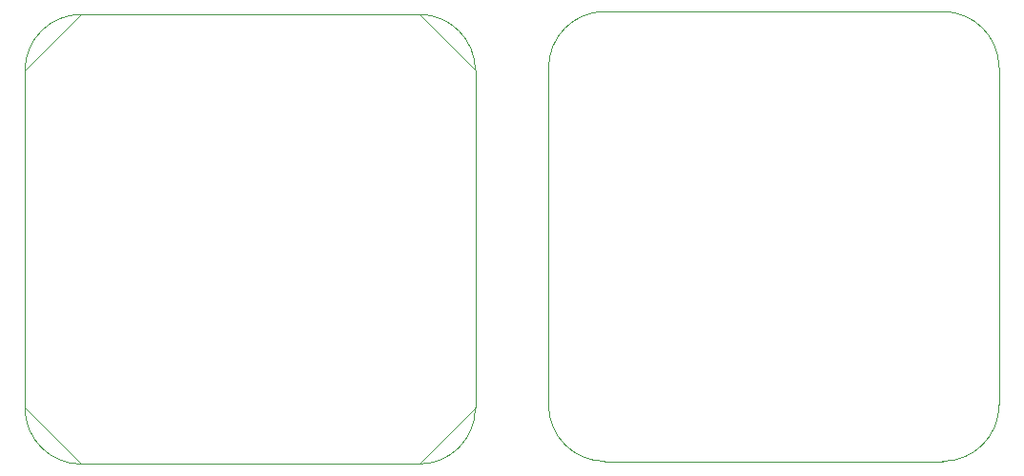
<source format=gm1>
G04*
G04 #@! TF.GenerationSoftware,Altium Limited,Altium Designer,25.8.1 (18)*
G04*
G04 Layer_Color=16711935*
%FSLAX25Y25*%
%MOIN*%
G70*
G04*
G04 #@! TF.SameCoordinates,5F4BCF80-B969-4178-B288-3F93E2E3A1E2*
G04*
G04*
G04 #@! TF.FilePolarity,Positive*
G04*
G01*
G75*
%ADD58C,0.00394*%
D58*
X340551Y138779D02*
G03*
X320866Y158465I-19685J0D01*
G01*
Y984D02*
G03*
X340551Y20669I-0J19685D01*
G01*
X183071D02*
G03*
X202756Y984I19685J-0D01*
G01*
X202756Y158465D02*
G03*
X183071Y138779I-0J-19685D01*
G01*
X19685Y157480D02*
G03*
X-0Y137795I-0J-19685D01*
G01*
X157480D02*
G03*
X137795Y157480I-19685J0D01*
G01*
Y0D02*
G03*
X157480Y19685I-0J19685D01*
G01*
X-0D02*
G03*
X19685Y-0I19685J-0D01*
G01*
X340551Y20669D02*
Y138779D01*
X202756Y158465D02*
X320866D01*
X202756Y984D02*
X320866D01*
X183071Y109252D02*
Y138779D01*
Y20669D02*
Y50197D01*
Y109252D01*
X0Y108268D02*
Y137795D01*
Y19685D02*
Y49213D01*
X19685Y0D02*
X137795D01*
X0Y19685D02*
X19685Y0D01*
X0Y49213D02*
Y108268D01*
X157480Y19685D02*
Y137795D01*
X137795Y0D02*
X157480Y19685D01*
X19685Y157480D02*
X137795D01*
X157480Y137795D01*
X0Y137795D02*
X19685Y157480D01*
M02*

</source>
